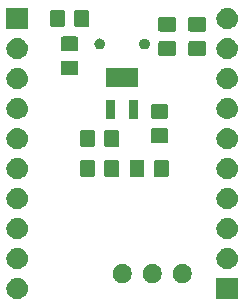
<source format=gbr>
G04 #@! TF.GenerationSoftware,KiCad,Pcbnew,5.0.2-bee76a0~70~ubuntu16.04.1*
G04 #@! TF.CreationDate,2019-07-30T14:23:51+02:00*
G04 #@! TF.ProjectId,hw-BOB-ATSAMD11D,68772d42-4f42-42d4-9154-53414d443131,rev?*
G04 #@! TF.SameCoordinates,Original*
G04 #@! TF.FileFunction,Soldermask,Bot*
G04 #@! TF.FilePolarity,Negative*
%FSLAX46Y46*%
G04 Gerber Fmt 4.6, Leading zero omitted, Abs format (unit mm)*
G04 Created by KiCad (PCBNEW 5.0.2-bee76a0~70~ubuntu16.04.1) date Tue 30 Jul 2019 02:23:51 PM CEST*
%MOMM*%
%LPD*%
G01*
G04 APERTURE LIST*
%ADD10C,0.100000*%
G04 APERTURE END LIST*
D10*
G36*
X130441000Y-66941000D02*
X128639000Y-66941000D01*
X128639000Y-65139000D01*
X130441000Y-65139000D01*
X130441000Y-66941000D01*
X130441000Y-66941000D01*
G37*
G36*
X111870442Y-65145518D02*
X111936627Y-65152037D01*
X112049853Y-65186384D01*
X112106467Y-65203557D01*
X112245087Y-65277652D01*
X112262991Y-65287222D01*
X112264253Y-65288258D01*
X112400186Y-65399814D01*
X112474584Y-65490470D01*
X112512778Y-65537009D01*
X112512779Y-65537011D01*
X112596443Y-65693533D01*
X112596443Y-65693534D01*
X112647963Y-65863373D01*
X112665359Y-66040000D01*
X112647963Y-66216627D01*
X112613616Y-66329853D01*
X112596443Y-66386467D01*
X112522348Y-66525087D01*
X112512778Y-66542991D01*
X112483448Y-66578729D01*
X112400186Y-66680186D01*
X112298729Y-66763448D01*
X112262991Y-66792778D01*
X112262989Y-66792779D01*
X112106467Y-66876443D01*
X112049853Y-66893616D01*
X111936627Y-66927963D01*
X111870442Y-66934482D01*
X111804260Y-66941000D01*
X111715740Y-66941000D01*
X111649558Y-66934482D01*
X111583373Y-66927963D01*
X111470147Y-66893616D01*
X111413533Y-66876443D01*
X111257011Y-66792779D01*
X111257009Y-66792778D01*
X111221271Y-66763448D01*
X111119814Y-66680186D01*
X111036552Y-66578729D01*
X111007222Y-66542991D01*
X110997652Y-66525087D01*
X110923557Y-66386467D01*
X110906384Y-66329853D01*
X110872037Y-66216627D01*
X110854641Y-66040000D01*
X110872037Y-65863373D01*
X110923557Y-65693534D01*
X110923557Y-65693533D01*
X111007221Y-65537011D01*
X111007222Y-65537009D01*
X111045416Y-65490470D01*
X111119814Y-65399814D01*
X111255747Y-65288258D01*
X111257009Y-65287222D01*
X111274913Y-65277652D01*
X111413533Y-65203557D01*
X111470147Y-65186384D01*
X111583373Y-65152037D01*
X111649558Y-65145518D01*
X111715740Y-65139000D01*
X111804260Y-65139000D01*
X111870442Y-65145518D01*
X111870442Y-65145518D01*
G37*
G36*
X120887142Y-63988242D02*
X121035102Y-64049530D01*
X121102130Y-64094317D01*
X121168257Y-64138501D01*
X121281499Y-64251743D01*
X121282191Y-64252779D01*
X121370470Y-64384898D01*
X121431758Y-64532858D01*
X121463000Y-64689925D01*
X121463000Y-64850075D01*
X121431758Y-65007142D01*
X121384354Y-65121583D01*
X121370471Y-65155100D01*
X121282191Y-65287222D01*
X121281498Y-65288258D01*
X121168258Y-65401498D01*
X121035102Y-65490470D01*
X120887142Y-65551758D01*
X120730075Y-65583000D01*
X120569925Y-65583000D01*
X120412858Y-65551758D01*
X120264898Y-65490470D01*
X120131742Y-65401498D01*
X120018502Y-65288258D01*
X120017810Y-65287222D01*
X119929529Y-65155100D01*
X119915646Y-65121583D01*
X119868242Y-65007142D01*
X119837000Y-64850075D01*
X119837000Y-64689925D01*
X119868242Y-64532858D01*
X119929530Y-64384898D01*
X120017809Y-64252779D01*
X120018501Y-64251743D01*
X120131743Y-64138501D01*
X120197870Y-64094317D01*
X120264898Y-64049530D01*
X120412858Y-63988242D01*
X120569925Y-63957000D01*
X120730075Y-63957000D01*
X120887142Y-63988242D01*
X120887142Y-63988242D01*
G37*
G36*
X125967142Y-63988242D02*
X126115102Y-64049530D01*
X126182130Y-64094317D01*
X126248257Y-64138501D01*
X126361499Y-64251743D01*
X126362191Y-64252779D01*
X126450470Y-64384898D01*
X126511758Y-64532858D01*
X126543000Y-64689925D01*
X126543000Y-64850075D01*
X126511758Y-65007142D01*
X126464354Y-65121583D01*
X126450471Y-65155100D01*
X126362191Y-65287222D01*
X126361498Y-65288258D01*
X126248258Y-65401498D01*
X126115102Y-65490470D01*
X125967142Y-65551758D01*
X125810075Y-65583000D01*
X125649925Y-65583000D01*
X125492858Y-65551758D01*
X125344898Y-65490470D01*
X125211742Y-65401498D01*
X125098502Y-65288258D01*
X125097810Y-65287222D01*
X125009529Y-65155100D01*
X124995646Y-65121583D01*
X124948242Y-65007142D01*
X124917000Y-64850075D01*
X124917000Y-64689925D01*
X124948242Y-64532858D01*
X125009530Y-64384898D01*
X125097809Y-64252779D01*
X125098501Y-64251743D01*
X125211743Y-64138501D01*
X125277870Y-64094317D01*
X125344898Y-64049530D01*
X125492858Y-63988242D01*
X125649925Y-63957000D01*
X125810075Y-63957000D01*
X125967142Y-63988242D01*
X125967142Y-63988242D01*
G37*
G36*
X123427142Y-63988242D02*
X123575102Y-64049530D01*
X123642130Y-64094317D01*
X123708257Y-64138501D01*
X123821499Y-64251743D01*
X123822191Y-64252779D01*
X123910470Y-64384898D01*
X123971758Y-64532858D01*
X124003000Y-64689925D01*
X124003000Y-64850075D01*
X123971758Y-65007142D01*
X123924354Y-65121583D01*
X123910471Y-65155100D01*
X123822191Y-65287222D01*
X123821498Y-65288258D01*
X123708258Y-65401498D01*
X123575102Y-65490470D01*
X123427142Y-65551758D01*
X123270075Y-65583000D01*
X123109925Y-65583000D01*
X122952858Y-65551758D01*
X122804898Y-65490470D01*
X122671742Y-65401498D01*
X122558502Y-65288258D01*
X122557810Y-65287222D01*
X122469529Y-65155100D01*
X122455646Y-65121583D01*
X122408242Y-65007142D01*
X122377000Y-64850075D01*
X122377000Y-64689925D01*
X122408242Y-64532858D01*
X122469530Y-64384898D01*
X122557809Y-64252779D01*
X122558501Y-64251743D01*
X122671743Y-64138501D01*
X122737870Y-64094317D01*
X122804898Y-64049530D01*
X122952858Y-63988242D01*
X123109925Y-63957000D01*
X123270075Y-63957000D01*
X123427142Y-63988242D01*
X123427142Y-63988242D01*
G37*
G36*
X111870442Y-62605518D02*
X111936627Y-62612037D01*
X112049853Y-62646384D01*
X112106467Y-62663557D01*
X112245087Y-62737652D01*
X112262991Y-62747222D01*
X112298729Y-62776552D01*
X112400186Y-62859814D01*
X112483448Y-62961271D01*
X112512778Y-62997009D01*
X112512779Y-62997011D01*
X112596443Y-63153533D01*
X112596443Y-63153534D01*
X112647963Y-63323373D01*
X112665359Y-63500000D01*
X112647963Y-63676627D01*
X112613616Y-63789853D01*
X112596443Y-63846467D01*
X112537361Y-63957000D01*
X112512778Y-64002991D01*
X112483448Y-64038729D01*
X112400186Y-64140186D01*
X112298729Y-64223448D01*
X112262991Y-64252778D01*
X112262989Y-64252779D01*
X112106467Y-64336443D01*
X112049853Y-64353616D01*
X111936627Y-64387963D01*
X111870442Y-64394482D01*
X111804260Y-64401000D01*
X111715740Y-64401000D01*
X111649558Y-64394482D01*
X111583373Y-64387963D01*
X111470147Y-64353616D01*
X111413533Y-64336443D01*
X111257011Y-64252779D01*
X111257009Y-64252778D01*
X111221271Y-64223448D01*
X111119814Y-64140186D01*
X111036552Y-64038729D01*
X111007222Y-64002991D01*
X110982639Y-63957000D01*
X110923557Y-63846467D01*
X110906384Y-63789853D01*
X110872037Y-63676627D01*
X110854641Y-63500000D01*
X110872037Y-63323373D01*
X110923557Y-63153534D01*
X110923557Y-63153533D01*
X111007221Y-62997011D01*
X111007222Y-62997009D01*
X111036552Y-62961271D01*
X111119814Y-62859814D01*
X111221271Y-62776552D01*
X111257009Y-62747222D01*
X111274913Y-62737652D01*
X111413533Y-62663557D01*
X111470147Y-62646384D01*
X111583373Y-62612037D01*
X111649558Y-62605518D01*
X111715740Y-62599000D01*
X111804260Y-62599000D01*
X111870442Y-62605518D01*
X111870442Y-62605518D01*
G37*
G36*
X129650442Y-62605518D02*
X129716627Y-62612037D01*
X129829853Y-62646384D01*
X129886467Y-62663557D01*
X130025087Y-62737652D01*
X130042991Y-62747222D01*
X130078729Y-62776552D01*
X130180186Y-62859814D01*
X130263448Y-62961271D01*
X130292778Y-62997009D01*
X130292779Y-62997011D01*
X130376443Y-63153533D01*
X130376443Y-63153534D01*
X130427963Y-63323373D01*
X130445359Y-63500000D01*
X130427963Y-63676627D01*
X130393616Y-63789853D01*
X130376443Y-63846467D01*
X130317361Y-63957000D01*
X130292778Y-64002991D01*
X130263448Y-64038729D01*
X130180186Y-64140186D01*
X130078729Y-64223448D01*
X130042991Y-64252778D01*
X130042989Y-64252779D01*
X129886467Y-64336443D01*
X129829853Y-64353616D01*
X129716627Y-64387963D01*
X129650442Y-64394482D01*
X129584260Y-64401000D01*
X129495740Y-64401000D01*
X129429558Y-64394482D01*
X129363373Y-64387963D01*
X129250147Y-64353616D01*
X129193533Y-64336443D01*
X129037011Y-64252779D01*
X129037009Y-64252778D01*
X129001271Y-64223448D01*
X128899814Y-64140186D01*
X128816552Y-64038729D01*
X128787222Y-64002991D01*
X128762639Y-63957000D01*
X128703557Y-63846467D01*
X128686384Y-63789853D01*
X128652037Y-63676627D01*
X128634641Y-63500000D01*
X128652037Y-63323373D01*
X128703557Y-63153534D01*
X128703557Y-63153533D01*
X128787221Y-62997011D01*
X128787222Y-62997009D01*
X128816552Y-62961271D01*
X128899814Y-62859814D01*
X129001271Y-62776552D01*
X129037009Y-62747222D01*
X129054913Y-62737652D01*
X129193533Y-62663557D01*
X129250147Y-62646384D01*
X129363373Y-62612037D01*
X129429558Y-62605518D01*
X129495740Y-62599000D01*
X129584260Y-62599000D01*
X129650442Y-62605518D01*
X129650442Y-62605518D01*
G37*
G36*
X111870442Y-60065518D02*
X111936627Y-60072037D01*
X112049853Y-60106384D01*
X112106467Y-60123557D01*
X112245087Y-60197652D01*
X112262991Y-60207222D01*
X112298729Y-60236552D01*
X112400186Y-60319814D01*
X112483448Y-60421271D01*
X112512778Y-60457009D01*
X112512779Y-60457011D01*
X112596443Y-60613533D01*
X112596443Y-60613534D01*
X112647963Y-60783373D01*
X112665359Y-60960000D01*
X112647963Y-61136627D01*
X112613616Y-61249853D01*
X112596443Y-61306467D01*
X112522348Y-61445087D01*
X112512778Y-61462991D01*
X112483448Y-61498729D01*
X112400186Y-61600186D01*
X112298729Y-61683448D01*
X112262991Y-61712778D01*
X112262989Y-61712779D01*
X112106467Y-61796443D01*
X112049853Y-61813616D01*
X111936627Y-61847963D01*
X111870443Y-61854481D01*
X111804260Y-61861000D01*
X111715740Y-61861000D01*
X111649557Y-61854481D01*
X111583373Y-61847963D01*
X111470147Y-61813616D01*
X111413533Y-61796443D01*
X111257011Y-61712779D01*
X111257009Y-61712778D01*
X111221271Y-61683448D01*
X111119814Y-61600186D01*
X111036552Y-61498729D01*
X111007222Y-61462991D01*
X110997652Y-61445087D01*
X110923557Y-61306467D01*
X110906384Y-61249853D01*
X110872037Y-61136627D01*
X110854641Y-60960000D01*
X110872037Y-60783373D01*
X110923557Y-60613534D01*
X110923557Y-60613533D01*
X111007221Y-60457011D01*
X111007222Y-60457009D01*
X111036552Y-60421271D01*
X111119814Y-60319814D01*
X111221271Y-60236552D01*
X111257009Y-60207222D01*
X111274913Y-60197652D01*
X111413533Y-60123557D01*
X111470147Y-60106384D01*
X111583373Y-60072037D01*
X111649558Y-60065518D01*
X111715740Y-60059000D01*
X111804260Y-60059000D01*
X111870442Y-60065518D01*
X111870442Y-60065518D01*
G37*
G36*
X129650442Y-60065518D02*
X129716627Y-60072037D01*
X129829853Y-60106384D01*
X129886467Y-60123557D01*
X130025087Y-60197652D01*
X130042991Y-60207222D01*
X130078729Y-60236552D01*
X130180186Y-60319814D01*
X130263448Y-60421271D01*
X130292778Y-60457009D01*
X130292779Y-60457011D01*
X130376443Y-60613533D01*
X130376443Y-60613534D01*
X130427963Y-60783373D01*
X130445359Y-60960000D01*
X130427963Y-61136627D01*
X130393616Y-61249853D01*
X130376443Y-61306467D01*
X130302348Y-61445087D01*
X130292778Y-61462991D01*
X130263448Y-61498729D01*
X130180186Y-61600186D01*
X130078729Y-61683448D01*
X130042991Y-61712778D01*
X130042989Y-61712779D01*
X129886467Y-61796443D01*
X129829853Y-61813616D01*
X129716627Y-61847963D01*
X129650443Y-61854481D01*
X129584260Y-61861000D01*
X129495740Y-61861000D01*
X129429557Y-61854481D01*
X129363373Y-61847963D01*
X129250147Y-61813616D01*
X129193533Y-61796443D01*
X129037011Y-61712779D01*
X129037009Y-61712778D01*
X129001271Y-61683448D01*
X128899814Y-61600186D01*
X128816552Y-61498729D01*
X128787222Y-61462991D01*
X128777652Y-61445087D01*
X128703557Y-61306467D01*
X128686384Y-61249853D01*
X128652037Y-61136627D01*
X128634641Y-60960000D01*
X128652037Y-60783373D01*
X128703557Y-60613534D01*
X128703557Y-60613533D01*
X128787221Y-60457011D01*
X128787222Y-60457009D01*
X128816552Y-60421271D01*
X128899814Y-60319814D01*
X129001271Y-60236552D01*
X129037009Y-60207222D01*
X129054913Y-60197652D01*
X129193533Y-60123557D01*
X129250147Y-60106384D01*
X129363373Y-60072037D01*
X129429558Y-60065518D01*
X129495740Y-60059000D01*
X129584260Y-60059000D01*
X129650442Y-60065518D01*
X129650442Y-60065518D01*
G37*
G36*
X129650443Y-57525519D02*
X129716627Y-57532037D01*
X129829853Y-57566384D01*
X129886467Y-57583557D01*
X130025087Y-57657652D01*
X130042991Y-57667222D01*
X130078729Y-57696552D01*
X130180186Y-57779814D01*
X130263448Y-57881271D01*
X130292778Y-57917009D01*
X130292779Y-57917011D01*
X130376443Y-58073533D01*
X130376443Y-58073534D01*
X130427963Y-58243373D01*
X130445359Y-58420000D01*
X130427963Y-58596627D01*
X130393616Y-58709853D01*
X130376443Y-58766467D01*
X130302348Y-58905087D01*
X130292778Y-58922991D01*
X130263448Y-58958729D01*
X130180186Y-59060186D01*
X130078729Y-59143448D01*
X130042991Y-59172778D01*
X130042989Y-59172779D01*
X129886467Y-59256443D01*
X129829853Y-59273616D01*
X129716627Y-59307963D01*
X129650442Y-59314482D01*
X129584260Y-59321000D01*
X129495740Y-59321000D01*
X129429558Y-59314482D01*
X129363373Y-59307963D01*
X129250147Y-59273616D01*
X129193533Y-59256443D01*
X129037011Y-59172779D01*
X129037009Y-59172778D01*
X129001271Y-59143448D01*
X128899814Y-59060186D01*
X128816552Y-58958729D01*
X128787222Y-58922991D01*
X128777652Y-58905087D01*
X128703557Y-58766467D01*
X128686384Y-58709853D01*
X128652037Y-58596627D01*
X128634641Y-58420000D01*
X128652037Y-58243373D01*
X128703557Y-58073534D01*
X128703557Y-58073533D01*
X128787221Y-57917011D01*
X128787222Y-57917009D01*
X128816552Y-57881271D01*
X128899814Y-57779814D01*
X129001271Y-57696552D01*
X129037009Y-57667222D01*
X129054913Y-57657652D01*
X129193533Y-57583557D01*
X129250147Y-57566384D01*
X129363373Y-57532037D01*
X129429557Y-57525519D01*
X129495740Y-57519000D01*
X129584260Y-57519000D01*
X129650443Y-57525519D01*
X129650443Y-57525519D01*
G37*
G36*
X111870443Y-57525519D02*
X111936627Y-57532037D01*
X112049853Y-57566384D01*
X112106467Y-57583557D01*
X112245087Y-57657652D01*
X112262991Y-57667222D01*
X112298729Y-57696552D01*
X112400186Y-57779814D01*
X112483448Y-57881271D01*
X112512778Y-57917009D01*
X112512779Y-57917011D01*
X112596443Y-58073533D01*
X112596443Y-58073534D01*
X112647963Y-58243373D01*
X112665359Y-58420000D01*
X112647963Y-58596627D01*
X112613616Y-58709853D01*
X112596443Y-58766467D01*
X112522348Y-58905087D01*
X112512778Y-58922991D01*
X112483448Y-58958729D01*
X112400186Y-59060186D01*
X112298729Y-59143448D01*
X112262991Y-59172778D01*
X112262989Y-59172779D01*
X112106467Y-59256443D01*
X112049853Y-59273616D01*
X111936627Y-59307963D01*
X111870442Y-59314482D01*
X111804260Y-59321000D01*
X111715740Y-59321000D01*
X111649558Y-59314482D01*
X111583373Y-59307963D01*
X111470147Y-59273616D01*
X111413533Y-59256443D01*
X111257011Y-59172779D01*
X111257009Y-59172778D01*
X111221271Y-59143448D01*
X111119814Y-59060186D01*
X111036552Y-58958729D01*
X111007222Y-58922991D01*
X110997652Y-58905087D01*
X110923557Y-58766467D01*
X110906384Y-58709853D01*
X110872037Y-58596627D01*
X110854641Y-58420000D01*
X110872037Y-58243373D01*
X110923557Y-58073534D01*
X110923557Y-58073533D01*
X111007221Y-57917011D01*
X111007222Y-57917009D01*
X111036552Y-57881271D01*
X111119814Y-57779814D01*
X111221271Y-57696552D01*
X111257009Y-57667222D01*
X111274913Y-57657652D01*
X111413533Y-57583557D01*
X111470147Y-57566384D01*
X111583373Y-57532037D01*
X111649557Y-57525519D01*
X111715740Y-57519000D01*
X111804260Y-57519000D01*
X111870443Y-57525519D01*
X111870443Y-57525519D01*
G37*
G36*
X111870443Y-54985519D02*
X111936627Y-54992037D01*
X112049853Y-55026384D01*
X112106467Y-55043557D01*
X112245087Y-55117652D01*
X112262991Y-55127222D01*
X112271530Y-55134230D01*
X112400186Y-55239814D01*
X112479665Y-55336661D01*
X112512778Y-55377009D01*
X112512779Y-55377011D01*
X112596443Y-55533533D01*
X112596443Y-55533534D01*
X112647963Y-55703373D01*
X112665359Y-55880000D01*
X112647963Y-56056627D01*
X112613616Y-56169853D01*
X112596443Y-56226467D01*
X112525694Y-56358827D01*
X112512778Y-56382991D01*
X112489032Y-56411925D01*
X112400186Y-56520186D01*
X112321049Y-56585131D01*
X112262991Y-56632778D01*
X112262989Y-56632779D01*
X112106467Y-56716443D01*
X112049853Y-56733616D01*
X111936627Y-56767963D01*
X111870443Y-56774481D01*
X111804260Y-56781000D01*
X111715740Y-56781000D01*
X111649557Y-56774481D01*
X111583373Y-56767963D01*
X111470147Y-56733616D01*
X111413533Y-56716443D01*
X111257011Y-56632779D01*
X111257009Y-56632778D01*
X111198951Y-56585131D01*
X111119814Y-56520186D01*
X111030968Y-56411925D01*
X111007222Y-56382991D01*
X110994306Y-56358827D01*
X110923557Y-56226467D01*
X110906384Y-56169853D01*
X110872037Y-56056627D01*
X110854641Y-55880000D01*
X110872037Y-55703373D01*
X110923557Y-55533534D01*
X110923557Y-55533533D01*
X111007221Y-55377011D01*
X111007222Y-55377009D01*
X111040335Y-55336661D01*
X111119814Y-55239814D01*
X111248470Y-55134230D01*
X111257009Y-55127222D01*
X111274913Y-55117652D01*
X111413533Y-55043557D01*
X111470147Y-55026384D01*
X111583373Y-54992037D01*
X111649557Y-54985519D01*
X111715740Y-54979000D01*
X111804260Y-54979000D01*
X111870443Y-54985519D01*
X111870443Y-54985519D01*
G37*
G36*
X129650443Y-54985519D02*
X129716627Y-54992037D01*
X129829853Y-55026384D01*
X129886467Y-55043557D01*
X130025087Y-55117652D01*
X130042991Y-55127222D01*
X130051530Y-55134230D01*
X130180186Y-55239814D01*
X130259665Y-55336661D01*
X130292778Y-55377009D01*
X130292779Y-55377011D01*
X130376443Y-55533533D01*
X130376443Y-55533534D01*
X130427963Y-55703373D01*
X130445359Y-55880000D01*
X130427963Y-56056627D01*
X130393616Y-56169853D01*
X130376443Y-56226467D01*
X130305694Y-56358827D01*
X130292778Y-56382991D01*
X130269032Y-56411925D01*
X130180186Y-56520186D01*
X130101049Y-56585131D01*
X130042991Y-56632778D01*
X130042989Y-56632779D01*
X129886467Y-56716443D01*
X129829853Y-56733616D01*
X129716627Y-56767963D01*
X129650443Y-56774481D01*
X129584260Y-56781000D01*
X129495740Y-56781000D01*
X129429557Y-56774481D01*
X129363373Y-56767963D01*
X129250147Y-56733616D01*
X129193533Y-56716443D01*
X129037011Y-56632779D01*
X129037009Y-56632778D01*
X128978951Y-56585131D01*
X128899814Y-56520186D01*
X128810968Y-56411925D01*
X128787222Y-56382991D01*
X128774306Y-56358827D01*
X128703557Y-56226467D01*
X128686384Y-56169853D01*
X128652037Y-56056627D01*
X128634641Y-55880000D01*
X128652037Y-55703373D01*
X128703557Y-55533534D01*
X128703557Y-55533533D01*
X128787221Y-55377011D01*
X128787222Y-55377009D01*
X128820335Y-55336661D01*
X128899814Y-55239814D01*
X129028470Y-55134230D01*
X129037009Y-55127222D01*
X129054913Y-55117652D01*
X129193533Y-55043557D01*
X129250147Y-55026384D01*
X129363373Y-54992037D01*
X129429557Y-54985519D01*
X129495740Y-54979000D01*
X129584260Y-54979000D01*
X129650443Y-54985519D01*
X129650443Y-54985519D01*
G37*
G36*
X120233677Y-55133465D02*
X120271364Y-55144898D01*
X120306103Y-55163466D01*
X120336548Y-55188452D01*
X120361534Y-55218897D01*
X120380102Y-55253636D01*
X120391535Y-55291323D01*
X120396000Y-55336661D01*
X120396000Y-56423339D01*
X120391535Y-56468677D01*
X120380102Y-56506364D01*
X120361534Y-56541103D01*
X120336548Y-56571548D01*
X120306103Y-56596534D01*
X120271364Y-56615102D01*
X120233677Y-56626535D01*
X120188339Y-56631000D01*
X119351661Y-56631000D01*
X119306323Y-56626535D01*
X119268636Y-56615102D01*
X119233897Y-56596534D01*
X119203452Y-56571548D01*
X119178466Y-56541103D01*
X119159898Y-56506364D01*
X119148465Y-56468677D01*
X119144000Y-56423339D01*
X119144000Y-55336661D01*
X119148465Y-55291323D01*
X119159898Y-55253636D01*
X119178466Y-55218897D01*
X119203452Y-55188452D01*
X119233897Y-55163466D01*
X119268636Y-55144898D01*
X119306323Y-55133465D01*
X119351661Y-55129000D01*
X120188339Y-55129000D01*
X120233677Y-55133465D01*
X120233677Y-55133465D01*
G37*
G36*
X118183677Y-55133465D02*
X118221364Y-55144898D01*
X118256103Y-55163466D01*
X118286548Y-55188452D01*
X118311534Y-55218897D01*
X118330102Y-55253636D01*
X118341535Y-55291323D01*
X118346000Y-55336661D01*
X118346000Y-56423339D01*
X118341535Y-56468677D01*
X118330102Y-56506364D01*
X118311534Y-56541103D01*
X118286548Y-56571548D01*
X118256103Y-56596534D01*
X118221364Y-56615102D01*
X118183677Y-56626535D01*
X118138339Y-56631000D01*
X117301661Y-56631000D01*
X117256323Y-56626535D01*
X117218636Y-56615102D01*
X117183897Y-56596534D01*
X117153452Y-56571548D01*
X117128466Y-56541103D01*
X117109898Y-56506364D01*
X117098465Y-56468677D01*
X117094000Y-56423339D01*
X117094000Y-55336661D01*
X117098465Y-55291323D01*
X117109898Y-55253636D01*
X117128466Y-55218897D01*
X117153452Y-55188452D01*
X117183897Y-55163466D01*
X117218636Y-55144898D01*
X117256323Y-55133465D01*
X117301661Y-55129000D01*
X118138339Y-55129000D01*
X118183677Y-55133465D01*
X118183677Y-55133465D01*
G37*
G36*
X124433677Y-55133465D02*
X124471364Y-55144898D01*
X124506103Y-55163466D01*
X124536548Y-55188452D01*
X124561534Y-55218897D01*
X124580102Y-55253636D01*
X124591535Y-55291323D01*
X124596000Y-55336661D01*
X124596000Y-56423339D01*
X124591535Y-56468677D01*
X124580102Y-56506364D01*
X124561534Y-56541103D01*
X124536548Y-56571548D01*
X124506103Y-56596534D01*
X124471364Y-56615102D01*
X124433677Y-56626535D01*
X124388339Y-56631000D01*
X123551661Y-56631000D01*
X123506323Y-56626535D01*
X123468636Y-56615102D01*
X123433897Y-56596534D01*
X123403452Y-56571548D01*
X123378466Y-56541103D01*
X123359898Y-56506364D01*
X123348465Y-56468677D01*
X123344000Y-56423339D01*
X123344000Y-55336661D01*
X123348465Y-55291323D01*
X123359898Y-55253636D01*
X123378466Y-55218897D01*
X123403452Y-55188452D01*
X123433897Y-55163466D01*
X123468636Y-55144898D01*
X123506323Y-55133465D01*
X123551661Y-55129000D01*
X124388339Y-55129000D01*
X124433677Y-55133465D01*
X124433677Y-55133465D01*
G37*
G36*
X122383677Y-55133465D02*
X122421364Y-55144898D01*
X122456103Y-55163466D01*
X122486548Y-55188452D01*
X122511534Y-55218897D01*
X122530102Y-55253636D01*
X122541535Y-55291323D01*
X122546000Y-55336661D01*
X122546000Y-56423339D01*
X122541535Y-56468677D01*
X122530102Y-56506364D01*
X122511534Y-56541103D01*
X122486548Y-56571548D01*
X122456103Y-56596534D01*
X122421364Y-56615102D01*
X122383677Y-56626535D01*
X122338339Y-56631000D01*
X121501661Y-56631000D01*
X121456323Y-56626535D01*
X121418636Y-56615102D01*
X121383897Y-56596534D01*
X121353452Y-56571548D01*
X121328466Y-56541103D01*
X121309898Y-56506364D01*
X121298465Y-56468677D01*
X121294000Y-56423339D01*
X121294000Y-55336661D01*
X121298465Y-55291323D01*
X121309898Y-55253636D01*
X121328466Y-55218897D01*
X121353452Y-55188452D01*
X121383897Y-55163466D01*
X121418636Y-55144898D01*
X121456323Y-55133465D01*
X121501661Y-55129000D01*
X122338339Y-55129000D01*
X122383677Y-55133465D01*
X122383677Y-55133465D01*
G37*
G36*
X129650443Y-52445519D02*
X129716627Y-52452037D01*
X129824955Y-52484898D01*
X129886467Y-52503557D01*
X129970956Y-52548718D01*
X130042991Y-52587222D01*
X130050806Y-52593636D01*
X130180186Y-52699814D01*
X130259665Y-52796661D01*
X130292778Y-52837009D01*
X130292779Y-52837011D01*
X130376443Y-52993533D01*
X130376443Y-52993534D01*
X130427963Y-53163373D01*
X130445359Y-53340000D01*
X130427963Y-53516627D01*
X130393616Y-53629853D01*
X130376443Y-53686467D01*
X130366482Y-53705102D01*
X130292778Y-53842991D01*
X130269032Y-53871925D01*
X130180186Y-53980186D01*
X130101049Y-54045131D01*
X130042991Y-54092778D01*
X130042989Y-54092779D01*
X129886467Y-54176443D01*
X129829853Y-54193616D01*
X129716627Y-54227963D01*
X129650442Y-54234482D01*
X129584260Y-54241000D01*
X129495740Y-54241000D01*
X129429558Y-54234482D01*
X129363373Y-54227963D01*
X129250147Y-54193616D01*
X129193533Y-54176443D01*
X129037011Y-54092779D01*
X129037009Y-54092778D01*
X128978951Y-54045131D01*
X128899814Y-53980186D01*
X128810968Y-53871925D01*
X128787222Y-53842991D01*
X128713518Y-53705102D01*
X128703557Y-53686467D01*
X128686384Y-53629853D01*
X128652037Y-53516627D01*
X128634641Y-53340000D01*
X128652037Y-53163373D01*
X128703557Y-52993534D01*
X128703557Y-52993533D01*
X128787221Y-52837011D01*
X128787222Y-52837009D01*
X128820335Y-52796661D01*
X128899814Y-52699814D01*
X129029194Y-52593636D01*
X129037009Y-52587222D01*
X129109044Y-52548718D01*
X129193533Y-52503557D01*
X129255045Y-52484898D01*
X129363373Y-52452037D01*
X129429558Y-52445518D01*
X129495740Y-52439000D01*
X129584260Y-52439000D01*
X129650443Y-52445519D01*
X129650443Y-52445519D01*
G37*
G36*
X111870443Y-52445519D02*
X111936627Y-52452037D01*
X112044955Y-52484898D01*
X112106467Y-52503557D01*
X112190956Y-52548718D01*
X112262991Y-52587222D01*
X112270806Y-52593636D01*
X112400186Y-52699814D01*
X112479665Y-52796661D01*
X112512778Y-52837009D01*
X112512779Y-52837011D01*
X112596443Y-52993533D01*
X112596443Y-52993534D01*
X112647963Y-53163373D01*
X112665359Y-53340000D01*
X112647963Y-53516627D01*
X112613616Y-53629853D01*
X112596443Y-53686467D01*
X112586482Y-53705102D01*
X112512778Y-53842991D01*
X112489032Y-53871925D01*
X112400186Y-53980186D01*
X112321049Y-54045131D01*
X112262991Y-54092778D01*
X112262989Y-54092779D01*
X112106467Y-54176443D01*
X112049853Y-54193616D01*
X111936627Y-54227963D01*
X111870442Y-54234482D01*
X111804260Y-54241000D01*
X111715740Y-54241000D01*
X111649558Y-54234482D01*
X111583373Y-54227963D01*
X111470147Y-54193616D01*
X111413533Y-54176443D01*
X111257011Y-54092779D01*
X111257009Y-54092778D01*
X111198951Y-54045131D01*
X111119814Y-53980186D01*
X111030968Y-53871925D01*
X111007222Y-53842991D01*
X110933518Y-53705102D01*
X110923557Y-53686467D01*
X110906384Y-53629853D01*
X110872037Y-53516627D01*
X110854641Y-53340000D01*
X110872037Y-53163373D01*
X110923557Y-52993534D01*
X110923557Y-52993533D01*
X111007221Y-52837011D01*
X111007222Y-52837009D01*
X111040335Y-52796661D01*
X111119814Y-52699814D01*
X111249194Y-52593636D01*
X111257009Y-52587222D01*
X111329044Y-52548718D01*
X111413533Y-52503557D01*
X111475045Y-52484898D01*
X111583373Y-52452037D01*
X111649558Y-52445518D01*
X111715740Y-52439000D01*
X111804260Y-52439000D01*
X111870443Y-52445519D01*
X111870443Y-52445519D01*
G37*
G36*
X120233677Y-52593465D02*
X120271364Y-52604898D01*
X120306103Y-52623466D01*
X120336548Y-52648452D01*
X120361534Y-52678897D01*
X120380102Y-52713636D01*
X120391535Y-52751323D01*
X120396000Y-52796661D01*
X120396000Y-53883339D01*
X120391535Y-53928677D01*
X120380102Y-53966364D01*
X120361534Y-54001103D01*
X120336548Y-54031548D01*
X120306103Y-54056534D01*
X120271364Y-54075102D01*
X120233677Y-54086535D01*
X120188339Y-54091000D01*
X119351661Y-54091000D01*
X119306323Y-54086535D01*
X119268636Y-54075102D01*
X119233897Y-54056534D01*
X119203452Y-54031548D01*
X119178466Y-54001103D01*
X119159898Y-53966364D01*
X119148465Y-53928677D01*
X119144000Y-53883339D01*
X119144000Y-52796661D01*
X119148465Y-52751323D01*
X119159898Y-52713636D01*
X119178466Y-52678897D01*
X119203452Y-52648452D01*
X119233897Y-52623466D01*
X119268636Y-52604898D01*
X119306323Y-52593465D01*
X119351661Y-52589000D01*
X120188339Y-52589000D01*
X120233677Y-52593465D01*
X120233677Y-52593465D01*
G37*
G36*
X118183677Y-52593465D02*
X118221364Y-52604898D01*
X118256103Y-52623466D01*
X118286548Y-52648452D01*
X118311534Y-52678897D01*
X118330102Y-52713636D01*
X118341535Y-52751323D01*
X118346000Y-52796661D01*
X118346000Y-53883339D01*
X118341535Y-53928677D01*
X118330102Y-53966364D01*
X118311534Y-54001103D01*
X118286548Y-54031548D01*
X118256103Y-54056534D01*
X118221364Y-54075102D01*
X118183677Y-54086535D01*
X118138339Y-54091000D01*
X117301661Y-54091000D01*
X117256323Y-54086535D01*
X117218636Y-54075102D01*
X117183897Y-54056534D01*
X117153452Y-54031548D01*
X117128466Y-54001103D01*
X117109898Y-53966364D01*
X117098465Y-53928677D01*
X117094000Y-53883339D01*
X117094000Y-52796661D01*
X117098465Y-52751323D01*
X117109898Y-52713636D01*
X117128466Y-52678897D01*
X117153452Y-52648452D01*
X117183897Y-52623466D01*
X117218636Y-52604898D01*
X117256323Y-52593465D01*
X117301661Y-52589000D01*
X118138339Y-52589000D01*
X118183677Y-52593465D01*
X118183677Y-52593465D01*
G37*
G36*
X124413677Y-52473465D02*
X124451364Y-52484898D01*
X124486103Y-52503466D01*
X124516548Y-52528452D01*
X124541534Y-52558897D01*
X124560102Y-52593636D01*
X124571535Y-52631323D01*
X124576000Y-52676661D01*
X124576000Y-53513339D01*
X124571535Y-53558677D01*
X124560102Y-53596364D01*
X124541534Y-53631103D01*
X124516548Y-53661548D01*
X124486103Y-53686534D01*
X124451364Y-53705102D01*
X124413677Y-53716535D01*
X124368339Y-53721000D01*
X123281661Y-53721000D01*
X123236323Y-53716535D01*
X123198636Y-53705102D01*
X123163897Y-53686534D01*
X123133452Y-53661548D01*
X123108466Y-53631103D01*
X123089898Y-53596364D01*
X123078465Y-53558677D01*
X123074000Y-53513339D01*
X123074000Y-52676661D01*
X123078465Y-52631323D01*
X123089898Y-52593636D01*
X123108466Y-52558897D01*
X123133452Y-52528452D01*
X123163897Y-52503466D01*
X123198636Y-52484898D01*
X123236323Y-52473465D01*
X123281661Y-52469000D01*
X124368339Y-52469000D01*
X124413677Y-52473465D01*
X124413677Y-52473465D01*
G37*
G36*
X121976000Y-51711000D02*
X121224000Y-51711000D01*
X121224000Y-50049000D01*
X121976000Y-50049000D01*
X121976000Y-51711000D01*
X121976000Y-51711000D01*
G37*
G36*
X120076000Y-51711000D02*
X119324000Y-51711000D01*
X119324000Y-50049000D01*
X120076000Y-50049000D01*
X120076000Y-51711000D01*
X120076000Y-51711000D01*
G37*
G36*
X111870442Y-49905518D02*
X111936627Y-49912037D01*
X112049853Y-49946384D01*
X112106467Y-49963557D01*
X112245087Y-50037652D01*
X112262991Y-50047222D01*
X112265157Y-50049000D01*
X112400186Y-50159814D01*
X112483448Y-50261271D01*
X112512778Y-50297009D01*
X112512779Y-50297011D01*
X112596443Y-50453533D01*
X112604002Y-50478452D01*
X112647963Y-50623373D01*
X112665359Y-50800000D01*
X112647963Y-50976627D01*
X112613616Y-51089853D01*
X112596443Y-51146467D01*
X112522348Y-51285087D01*
X112512778Y-51302991D01*
X112483448Y-51338729D01*
X112400186Y-51440186D01*
X112316728Y-51508677D01*
X112262991Y-51552778D01*
X112262989Y-51552779D01*
X112106467Y-51636443D01*
X112060845Y-51650282D01*
X111936627Y-51687963D01*
X111870442Y-51694482D01*
X111804260Y-51701000D01*
X111715740Y-51701000D01*
X111649558Y-51694482D01*
X111583373Y-51687963D01*
X111459155Y-51650282D01*
X111413533Y-51636443D01*
X111257011Y-51552779D01*
X111257009Y-51552778D01*
X111203272Y-51508677D01*
X111119814Y-51440186D01*
X111036552Y-51338729D01*
X111007222Y-51302991D01*
X110997652Y-51285087D01*
X110923557Y-51146467D01*
X110906384Y-51089853D01*
X110872037Y-50976627D01*
X110854641Y-50800000D01*
X110872037Y-50623373D01*
X110915998Y-50478452D01*
X110923557Y-50453533D01*
X111007221Y-50297011D01*
X111007222Y-50297009D01*
X111036552Y-50261271D01*
X111119814Y-50159814D01*
X111254843Y-50049000D01*
X111257009Y-50047222D01*
X111274913Y-50037652D01*
X111413533Y-49963557D01*
X111470147Y-49946384D01*
X111583373Y-49912037D01*
X111649557Y-49905519D01*
X111715740Y-49899000D01*
X111804260Y-49899000D01*
X111870442Y-49905518D01*
X111870442Y-49905518D01*
G37*
G36*
X129650442Y-49905518D02*
X129716627Y-49912037D01*
X129829853Y-49946384D01*
X129886467Y-49963557D01*
X130025087Y-50037652D01*
X130042991Y-50047222D01*
X130045157Y-50049000D01*
X130180186Y-50159814D01*
X130263448Y-50261271D01*
X130292778Y-50297009D01*
X130292779Y-50297011D01*
X130376443Y-50453533D01*
X130384002Y-50478452D01*
X130427963Y-50623373D01*
X130445359Y-50800000D01*
X130427963Y-50976627D01*
X130393616Y-51089853D01*
X130376443Y-51146467D01*
X130302348Y-51285087D01*
X130292778Y-51302991D01*
X130263448Y-51338729D01*
X130180186Y-51440186D01*
X130096728Y-51508677D01*
X130042991Y-51552778D01*
X130042989Y-51552779D01*
X129886467Y-51636443D01*
X129840845Y-51650282D01*
X129716627Y-51687963D01*
X129650442Y-51694482D01*
X129584260Y-51701000D01*
X129495740Y-51701000D01*
X129429558Y-51694482D01*
X129363373Y-51687963D01*
X129239155Y-51650282D01*
X129193533Y-51636443D01*
X129037011Y-51552779D01*
X129037009Y-51552778D01*
X128983272Y-51508677D01*
X128899814Y-51440186D01*
X128816552Y-51338729D01*
X128787222Y-51302991D01*
X128777652Y-51285087D01*
X128703557Y-51146467D01*
X128686384Y-51089853D01*
X128652037Y-50976627D01*
X128634641Y-50800000D01*
X128652037Y-50623373D01*
X128695998Y-50478452D01*
X128703557Y-50453533D01*
X128787221Y-50297011D01*
X128787222Y-50297009D01*
X128816552Y-50261271D01*
X128899814Y-50159814D01*
X129034843Y-50049000D01*
X129037009Y-50047222D01*
X129054913Y-50037652D01*
X129193533Y-49963557D01*
X129250147Y-49946384D01*
X129363373Y-49912037D01*
X129429557Y-49905519D01*
X129495740Y-49899000D01*
X129584260Y-49899000D01*
X129650442Y-49905518D01*
X129650442Y-49905518D01*
G37*
G36*
X124413677Y-50423465D02*
X124451364Y-50434898D01*
X124486103Y-50453466D01*
X124516548Y-50478452D01*
X124541534Y-50508897D01*
X124560102Y-50543636D01*
X124571535Y-50581323D01*
X124576000Y-50626661D01*
X124576000Y-51463339D01*
X124571535Y-51508677D01*
X124560102Y-51546364D01*
X124541534Y-51581103D01*
X124516548Y-51611548D01*
X124486103Y-51636534D01*
X124451364Y-51655102D01*
X124413677Y-51666535D01*
X124368339Y-51671000D01*
X123281661Y-51671000D01*
X123236323Y-51666535D01*
X123198636Y-51655102D01*
X123163897Y-51636534D01*
X123133452Y-51611548D01*
X123108466Y-51581103D01*
X123089898Y-51546364D01*
X123078465Y-51508677D01*
X123074000Y-51463339D01*
X123074000Y-50626661D01*
X123078465Y-50581323D01*
X123089898Y-50543636D01*
X123108466Y-50508897D01*
X123133452Y-50478452D01*
X123163897Y-50453466D01*
X123198636Y-50434898D01*
X123236323Y-50423465D01*
X123281661Y-50419000D01*
X124368339Y-50419000D01*
X124413677Y-50423465D01*
X124413677Y-50423465D01*
G37*
G36*
X111870443Y-47365519D02*
X111936627Y-47372037D01*
X112049853Y-47406384D01*
X112106467Y-47423557D01*
X112245087Y-47497652D01*
X112262991Y-47507222D01*
X112298729Y-47536552D01*
X112400186Y-47619814D01*
X112483448Y-47721271D01*
X112512778Y-47757009D01*
X112512779Y-47757011D01*
X112596443Y-47913533D01*
X112600310Y-47926282D01*
X112647963Y-48083373D01*
X112665359Y-48260000D01*
X112647963Y-48436627D01*
X112613616Y-48549853D01*
X112596443Y-48606467D01*
X112522348Y-48745087D01*
X112512778Y-48762991D01*
X112483448Y-48798729D01*
X112400186Y-48900186D01*
X112298729Y-48983448D01*
X112262991Y-49012778D01*
X112262989Y-49012779D01*
X112106467Y-49096443D01*
X112049853Y-49113616D01*
X111936627Y-49147963D01*
X111870443Y-49154481D01*
X111804260Y-49161000D01*
X111715740Y-49161000D01*
X111649557Y-49154481D01*
X111583373Y-49147963D01*
X111470147Y-49113616D01*
X111413533Y-49096443D01*
X111257011Y-49012779D01*
X111257009Y-49012778D01*
X111221271Y-48983448D01*
X111119814Y-48900186D01*
X111036552Y-48798729D01*
X111007222Y-48762991D01*
X110997652Y-48745087D01*
X110923557Y-48606467D01*
X110906384Y-48549853D01*
X110872037Y-48436627D01*
X110854641Y-48260000D01*
X110872037Y-48083373D01*
X110919690Y-47926282D01*
X110923557Y-47913533D01*
X111007221Y-47757011D01*
X111007222Y-47757009D01*
X111036552Y-47721271D01*
X111119814Y-47619814D01*
X111221271Y-47536552D01*
X111257009Y-47507222D01*
X111274913Y-47497652D01*
X111413533Y-47423557D01*
X111470147Y-47406384D01*
X111583373Y-47372037D01*
X111649557Y-47365519D01*
X111715740Y-47359000D01*
X111804260Y-47359000D01*
X111870443Y-47365519D01*
X111870443Y-47365519D01*
G37*
G36*
X129650443Y-47365519D02*
X129716627Y-47372037D01*
X129829853Y-47406384D01*
X129886467Y-47423557D01*
X130025087Y-47497652D01*
X130042991Y-47507222D01*
X130078729Y-47536552D01*
X130180186Y-47619814D01*
X130263448Y-47721271D01*
X130292778Y-47757009D01*
X130292779Y-47757011D01*
X130376443Y-47913533D01*
X130380310Y-47926282D01*
X130427963Y-48083373D01*
X130445359Y-48260000D01*
X130427963Y-48436627D01*
X130393616Y-48549853D01*
X130376443Y-48606467D01*
X130302348Y-48745087D01*
X130292778Y-48762991D01*
X130263448Y-48798729D01*
X130180186Y-48900186D01*
X130078729Y-48983448D01*
X130042991Y-49012778D01*
X130042989Y-49012779D01*
X129886467Y-49096443D01*
X129829853Y-49113616D01*
X129716627Y-49147963D01*
X129650443Y-49154481D01*
X129584260Y-49161000D01*
X129495740Y-49161000D01*
X129429557Y-49154481D01*
X129363373Y-49147963D01*
X129250147Y-49113616D01*
X129193533Y-49096443D01*
X129037011Y-49012779D01*
X129037009Y-49012778D01*
X129001271Y-48983448D01*
X128899814Y-48900186D01*
X128816552Y-48798729D01*
X128787222Y-48762991D01*
X128777652Y-48745087D01*
X128703557Y-48606467D01*
X128686384Y-48549853D01*
X128652037Y-48436627D01*
X128634641Y-48260000D01*
X128652037Y-48083373D01*
X128699690Y-47926282D01*
X128703557Y-47913533D01*
X128787221Y-47757011D01*
X128787222Y-47757009D01*
X128816552Y-47721271D01*
X128899814Y-47619814D01*
X129001271Y-47536552D01*
X129037009Y-47507222D01*
X129054913Y-47497652D01*
X129193533Y-47423557D01*
X129250147Y-47406384D01*
X129363373Y-47372037D01*
X129429557Y-47365519D01*
X129495740Y-47359000D01*
X129584260Y-47359000D01*
X129650443Y-47365519D01*
X129650443Y-47365519D01*
G37*
G36*
X121976000Y-49011000D02*
X119324000Y-49011000D01*
X119324000Y-47349000D01*
X121976000Y-47349000D01*
X121976000Y-49011000D01*
X121976000Y-49011000D01*
G37*
G36*
X116793677Y-46758465D02*
X116831364Y-46769898D01*
X116866103Y-46788466D01*
X116896548Y-46813452D01*
X116921534Y-46843897D01*
X116940102Y-46878636D01*
X116951535Y-46916323D01*
X116956000Y-46961661D01*
X116956000Y-47798339D01*
X116951535Y-47843677D01*
X116940102Y-47881364D01*
X116921534Y-47916103D01*
X116896548Y-47946548D01*
X116866103Y-47971534D01*
X116831364Y-47990102D01*
X116793677Y-48001535D01*
X116748339Y-48006000D01*
X115661661Y-48006000D01*
X115616323Y-48001535D01*
X115578636Y-47990102D01*
X115543897Y-47971534D01*
X115513452Y-47946548D01*
X115488466Y-47916103D01*
X115469898Y-47881364D01*
X115458465Y-47843677D01*
X115454000Y-47798339D01*
X115454000Y-46961661D01*
X115458465Y-46916323D01*
X115469898Y-46878636D01*
X115488466Y-46843897D01*
X115513452Y-46813452D01*
X115543897Y-46788466D01*
X115578636Y-46769898D01*
X115616323Y-46758465D01*
X115661661Y-46754000D01*
X116748339Y-46754000D01*
X116793677Y-46758465D01*
X116793677Y-46758465D01*
G37*
G36*
X129644792Y-44824962D02*
X129716627Y-44832037D01*
X129829653Y-44866323D01*
X129886467Y-44883557D01*
X129969070Y-44927710D01*
X130042991Y-44967222D01*
X130057921Y-44979475D01*
X130180186Y-45079814D01*
X130240618Y-45153452D01*
X130292778Y-45217009D01*
X130292779Y-45217011D01*
X130376443Y-45373533D01*
X130376443Y-45373534D01*
X130427963Y-45543373D01*
X130445359Y-45720000D01*
X130427963Y-45896627D01*
X130416237Y-45935282D01*
X130376443Y-46066467D01*
X130313792Y-46183677D01*
X130292778Y-46222991D01*
X130265603Y-46256103D01*
X130180186Y-46360186D01*
X130078729Y-46443448D01*
X130042991Y-46472778D01*
X130042989Y-46472779D01*
X129886467Y-46556443D01*
X129829853Y-46573616D01*
X129716627Y-46607963D01*
X129650443Y-46614481D01*
X129584260Y-46621000D01*
X129495740Y-46621000D01*
X129429558Y-46614482D01*
X129363373Y-46607963D01*
X129250147Y-46573616D01*
X129193533Y-46556443D01*
X129037011Y-46472779D01*
X129037009Y-46472778D01*
X129001271Y-46443448D01*
X128899814Y-46360186D01*
X128814397Y-46256103D01*
X128787222Y-46222991D01*
X128766208Y-46183677D01*
X128703557Y-46066467D01*
X128663763Y-45935282D01*
X128652037Y-45896627D01*
X128634641Y-45720000D01*
X128652037Y-45543373D01*
X128703557Y-45373534D01*
X128703557Y-45373533D01*
X128787221Y-45217011D01*
X128787222Y-45217009D01*
X128839382Y-45153452D01*
X128899814Y-45079814D01*
X129022079Y-44979475D01*
X129037009Y-44967222D01*
X129110930Y-44927710D01*
X129193533Y-44883557D01*
X129250347Y-44866323D01*
X129363373Y-44832037D01*
X129435208Y-44824962D01*
X129495740Y-44819000D01*
X129584260Y-44819000D01*
X129644792Y-44824962D01*
X129644792Y-44824962D01*
G37*
G36*
X111864792Y-44824962D02*
X111936627Y-44832037D01*
X112049653Y-44866323D01*
X112106467Y-44883557D01*
X112189070Y-44927710D01*
X112262991Y-44967222D01*
X112277921Y-44979475D01*
X112400186Y-45079814D01*
X112460618Y-45153452D01*
X112512778Y-45217009D01*
X112512779Y-45217011D01*
X112596443Y-45373533D01*
X112596443Y-45373534D01*
X112647963Y-45543373D01*
X112665359Y-45720000D01*
X112647963Y-45896627D01*
X112636237Y-45935282D01*
X112596443Y-46066467D01*
X112533792Y-46183677D01*
X112512778Y-46222991D01*
X112485603Y-46256103D01*
X112400186Y-46360186D01*
X112298729Y-46443448D01*
X112262991Y-46472778D01*
X112262989Y-46472779D01*
X112106467Y-46556443D01*
X112049853Y-46573616D01*
X111936627Y-46607963D01*
X111870443Y-46614481D01*
X111804260Y-46621000D01*
X111715740Y-46621000D01*
X111649558Y-46614482D01*
X111583373Y-46607963D01*
X111470147Y-46573616D01*
X111413533Y-46556443D01*
X111257011Y-46472779D01*
X111257009Y-46472778D01*
X111221271Y-46443448D01*
X111119814Y-46360186D01*
X111034397Y-46256103D01*
X111007222Y-46222991D01*
X110986208Y-46183677D01*
X110923557Y-46066467D01*
X110883763Y-45935282D01*
X110872037Y-45896627D01*
X110854641Y-45720000D01*
X110872037Y-45543373D01*
X110923557Y-45373534D01*
X110923557Y-45373533D01*
X111007221Y-45217011D01*
X111007222Y-45217009D01*
X111059382Y-45153452D01*
X111119814Y-45079814D01*
X111242079Y-44979475D01*
X111257009Y-44967222D01*
X111330930Y-44927710D01*
X111413533Y-44883557D01*
X111470347Y-44866323D01*
X111583373Y-44832037D01*
X111655208Y-44824962D01*
X111715740Y-44819000D01*
X111804260Y-44819000D01*
X111864792Y-44824962D01*
X111864792Y-44824962D01*
G37*
G36*
X125048677Y-45098465D02*
X125086364Y-45109898D01*
X125121103Y-45128466D01*
X125151548Y-45153452D01*
X125176534Y-45183897D01*
X125195102Y-45218636D01*
X125206535Y-45256323D01*
X125211000Y-45301661D01*
X125211000Y-46138339D01*
X125206535Y-46183677D01*
X125195102Y-46221364D01*
X125176534Y-46256103D01*
X125151548Y-46286548D01*
X125121103Y-46311534D01*
X125086364Y-46330102D01*
X125048677Y-46341535D01*
X125003339Y-46346000D01*
X123916661Y-46346000D01*
X123871323Y-46341535D01*
X123833636Y-46330102D01*
X123798897Y-46311534D01*
X123768452Y-46286548D01*
X123743466Y-46256103D01*
X123724898Y-46221364D01*
X123713465Y-46183677D01*
X123709000Y-46138339D01*
X123709000Y-45301661D01*
X123713465Y-45256323D01*
X123724898Y-45218636D01*
X123743466Y-45183897D01*
X123768452Y-45153452D01*
X123798897Y-45128466D01*
X123833636Y-45109898D01*
X123871323Y-45098465D01*
X123916661Y-45094000D01*
X125003339Y-45094000D01*
X125048677Y-45098465D01*
X125048677Y-45098465D01*
G37*
G36*
X127588677Y-45098465D02*
X127626364Y-45109898D01*
X127661103Y-45128466D01*
X127691548Y-45153452D01*
X127716534Y-45183897D01*
X127735102Y-45218636D01*
X127746535Y-45256323D01*
X127751000Y-45301661D01*
X127751000Y-46138339D01*
X127746535Y-46183677D01*
X127735102Y-46221364D01*
X127716534Y-46256103D01*
X127691548Y-46286548D01*
X127661103Y-46311534D01*
X127626364Y-46330102D01*
X127588677Y-46341535D01*
X127543339Y-46346000D01*
X126456661Y-46346000D01*
X126411323Y-46341535D01*
X126373636Y-46330102D01*
X126338897Y-46311534D01*
X126308452Y-46286548D01*
X126283466Y-46256103D01*
X126264898Y-46221364D01*
X126253465Y-46183677D01*
X126249000Y-46138339D01*
X126249000Y-45301661D01*
X126253465Y-45256323D01*
X126264898Y-45218636D01*
X126283466Y-45183897D01*
X126308452Y-45153452D01*
X126338897Y-45128466D01*
X126373636Y-45109898D01*
X126411323Y-45098465D01*
X126456661Y-45094000D01*
X127543339Y-45094000D01*
X127588677Y-45098465D01*
X127588677Y-45098465D01*
G37*
G36*
X116793677Y-44708465D02*
X116831364Y-44719898D01*
X116866103Y-44738466D01*
X116896548Y-44763452D01*
X116921534Y-44793897D01*
X116940102Y-44828636D01*
X116951535Y-44866323D01*
X116956000Y-44911661D01*
X116956000Y-45748339D01*
X116951535Y-45793677D01*
X116940102Y-45831364D01*
X116921534Y-45866103D01*
X116896548Y-45896548D01*
X116866103Y-45921534D01*
X116831364Y-45940102D01*
X116793677Y-45951535D01*
X116748339Y-45956000D01*
X115661661Y-45956000D01*
X115616323Y-45951535D01*
X115578636Y-45940102D01*
X115543897Y-45921534D01*
X115513452Y-45896548D01*
X115488466Y-45866103D01*
X115469898Y-45831364D01*
X115458465Y-45793677D01*
X115454000Y-45748339D01*
X115454000Y-44911661D01*
X115458465Y-44866323D01*
X115469898Y-44828636D01*
X115488466Y-44793897D01*
X115513452Y-44763452D01*
X115543897Y-44738466D01*
X115578636Y-44719898D01*
X115616323Y-44708465D01*
X115661661Y-44704000D01*
X116748339Y-44704000D01*
X116793677Y-44708465D01*
X116793677Y-44708465D01*
G37*
G36*
X122681116Y-44896345D02*
X122762971Y-44930250D01*
X122818303Y-44967222D01*
X122836641Y-44979475D01*
X122899285Y-45042119D01*
X122899287Y-45042122D01*
X122948510Y-45115789D01*
X122982415Y-45197644D01*
X122999700Y-45284541D01*
X122999700Y-45373139D01*
X122982415Y-45460036D01*
X122948510Y-45541891D01*
X122947518Y-45543375D01*
X122899285Y-45615561D01*
X122836641Y-45678205D01*
X122836638Y-45678207D01*
X122762971Y-45727430D01*
X122681116Y-45761335D01*
X122594219Y-45778620D01*
X122505621Y-45778620D01*
X122418724Y-45761335D01*
X122336869Y-45727430D01*
X122263202Y-45678207D01*
X122263199Y-45678205D01*
X122200555Y-45615561D01*
X122152322Y-45543375D01*
X122151330Y-45541891D01*
X122117425Y-45460036D01*
X122100140Y-45373139D01*
X122100140Y-45284541D01*
X122117425Y-45197644D01*
X122151330Y-45115789D01*
X122200553Y-45042122D01*
X122200555Y-45042119D01*
X122263199Y-44979475D01*
X122281537Y-44967222D01*
X122336869Y-44930250D01*
X122418724Y-44896345D01*
X122505621Y-44879060D01*
X122594219Y-44879060D01*
X122681116Y-44896345D01*
X122681116Y-44896345D01*
G37*
G36*
X118883816Y-44893805D02*
X118965671Y-44927710D01*
X119038201Y-44976173D01*
X119039341Y-44976935D01*
X119101985Y-45039579D01*
X119101987Y-45039582D01*
X119151210Y-45113249D01*
X119185115Y-45195104D01*
X119202400Y-45282001D01*
X119202400Y-45370599D01*
X119185115Y-45457496D01*
X119151210Y-45539351D01*
X119148521Y-45543375D01*
X119101985Y-45613021D01*
X119039341Y-45675665D01*
X119039338Y-45675667D01*
X118965671Y-45724890D01*
X118909059Y-45748339D01*
X118883816Y-45758795D01*
X118796919Y-45776080D01*
X118708321Y-45776080D01*
X118621424Y-45758795D01*
X118596181Y-45748339D01*
X118539569Y-45724890D01*
X118465902Y-45675667D01*
X118465899Y-45675665D01*
X118403255Y-45613021D01*
X118356719Y-45543375D01*
X118354030Y-45539351D01*
X118320125Y-45457496D01*
X118302840Y-45370599D01*
X118302840Y-45282001D01*
X118320125Y-45195104D01*
X118354030Y-45113249D01*
X118403253Y-45039582D01*
X118403255Y-45039579D01*
X118465899Y-44976935D01*
X118467039Y-44976173D01*
X118539569Y-44927710D01*
X118621424Y-44893805D01*
X118708321Y-44876520D01*
X118796919Y-44876520D01*
X118883816Y-44893805D01*
X118883816Y-44893805D01*
G37*
G36*
X125048677Y-43048465D02*
X125086364Y-43059898D01*
X125121103Y-43078466D01*
X125151548Y-43103452D01*
X125176534Y-43133897D01*
X125195102Y-43168636D01*
X125206535Y-43206323D01*
X125211000Y-43251661D01*
X125211000Y-44088339D01*
X125206535Y-44133677D01*
X125195102Y-44171364D01*
X125176534Y-44206103D01*
X125151548Y-44236548D01*
X125121103Y-44261534D01*
X125086364Y-44280102D01*
X125048677Y-44291535D01*
X125003339Y-44296000D01*
X123916661Y-44296000D01*
X123871323Y-44291535D01*
X123833636Y-44280102D01*
X123798897Y-44261534D01*
X123768452Y-44236548D01*
X123743466Y-44206103D01*
X123724898Y-44171364D01*
X123713465Y-44133677D01*
X123709000Y-44088339D01*
X123709000Y-43251661D01*
X123713465Y-43206323D01*
X123724898Y-43168636D01*
X123743466Y-43133897D01*
X123768452Y-43103452D01*
X123798897Y-43078466D01*
X123833636Y-43059898D01*
X123871323Y-43048465D01*
X123916661Y-43044000D01*
X125003339Y-43044000D01*
X125048677Y-43048465D01*
X125048677Y-43048465D01*
G37*
G36*
X127588677Y-43048465D02*
X127626364Y-43059898D01*
X127661103Y-43078466D01*
X127691548Y-43103452D01*
X127716534Y-43133897D01*
X127735102Y-43168636D01*
X127746535Y-43206323D01*
X127751000Y-43251661D01*
X127751000Y-44088339D01*
X127746535Y-44133677D01*
X127735102Y-44171364D01*
X127716534Y-44206103D01*
X127691548Y-44236548D01*
X127661103Y-44261534D01*
X127626364Y-44280102D01*
X127588677Y-44291535D01*
X127543339Y-44296000D01*
X126456661Y-44296000D01*
X126411323Y-44291535D01*
X126373636Y-44280102D01*
X126338897Y-44261534D01*
X126308452Y-44236548D01*
X126283466Y-44206103D01*
X126264898Y-44171364D01*
X126253465Y-44133677D01*
X126249000Y-44088339D01*
X126249000Y-43251661D01*
X126253465Y-43206323D01*
X126264898Y-43168636D01*
X126283466Y-43133897D01*
X126308452Y-43103452D01*
X126338897Y-43078466D01*
X126373636Y-43059898D01*
X126411323Y-43048465D01*
X126456661Y-43044000D01*
X127543339Y-43044000D01*
X127588677Y-43048465D01*
X127588677Y-43048465D01*
G37*
G36*
X112661000Y-44081000D02*
X110859000Y-44081000D01*
X110859000Y-42279000D01*
X112661000Y-42279000D01*
X112661000Y-44081000D01*
X112661000Y-44081000D01*
G37*
G36*
X129650442Y-42285518D02*
X129716627Y-42292037D01*
X129829853Y-42326384D01*
X129886467Y-42343557D01*
X130025087Y-42417652D01*
X130042991Y-42427222D01*
X130051530Y-42434230D01*
X130180186Y-42539814D01*
X130259665Y-42636661D01*
X130292778Y-42677009D01*
X130292779Y-42677011D01*
X130376443Y-42833533D01*
X130376443Y-42833534D01*
X130427963Y-43003373D01*
X130445359Y-43180000D01*
X130427963Y-43356627D01*
X130393616Y-43469853D01*
X130376443Y-43526467D01*
X130305694Y-43658827D01*
X130292778Y-43682991D01*
X130269032Y-43711925D01*
X130180186Y-43820186D01*
X130101049Y-43885131D01*
X130042991Y-43932778D01*
X130042989Y-43932779D01*
X129886467Y-44016443D01*
X129829853Y-44033616D01*
X129716627Y-44067963D01*
X129650443Y-44074481D01*
X129584260Y-44081000D01*
X129495740Y-44081000D01*
X129429557Y-44074481D01*
X129363373Y-44067963D01*
X129250147Y-44033616D01*
X129193533Y-44016443D01*
X129037011Y-43932779D01*
X129037009Y-43932778D01*
X128978951Y-43885131D01*
X128899814Y-43820186D01*
X128810968Y-43711925D01*
X128787222Y-43682991D01*
X128774306Y-43658827D01*
X128703557Y-43526467D01*
X128686384Y-43469853D01*
X128652037Y-43356627D01*
X128634641Y-43180000D01*
X128652037Y-43003373D01*
X128703557Y-42833534D01*
X128703557Y-42833533D01*
X128787221Y-42677011D01*
X128787222Y-42677009D01*
X128820335Y-42636661D01*
X128899814Y-42539814D01*
X129028470Y-42434230D01*
X129037009Y-42427222D01*
X129054913Y-42417652D01*
X129193533Y-42343557D01*
X129250147Y-42326384D01*
X129363373Y-42292037D01*
X129429557Y-42285519D01*
X129495740Y-42279000D01*
X129584260Y-42279000D01*
X129650442Y-42285518D01*
X129650442Y-42285518D01*
G37*
G36*
X115643677Y-42433465D02*
X115681364Y-42444898D01*
X115716103Y-42463466D01*
X115746548Y-42488452D01*
X115771534Y-42518897D01*
X115790102Y-42553636D01*
X115801535Y-42591323D01*
X115806000Y-42636661D01*
X115806000Y-43723339D01*
X115801535Y-43768677D01*
X115790102Y-43806364D01*
X115771534Y-43841103D01*
X115746548Y-43871548D01*
X115716103Y-43896534D01*
X115681364Y-43915102D01*
X115643677Y-43926535D01*
X115598339Y-43931000D01*
X114761661Y-43931000D01*
X114716323Y-43926535D01*
X114678636Y-43915102D01*
X114643897Y-43896534D01*
X114613452Y-43871548D01*
X114588466Y-43841103D01*
X114569898Y-43806364D01*
X114558465Y-43768677D01*
X114554000Y-43723339D01*
X114554000Y-42636661D01*
X114558465Y-42591323D01*
X114569898Y-42553636D01*
X114588466Y-42518897D01*
X114613452Y-42488452D01*
X114643897Y-42463466D01*
X114678636Y-42444898D01*
X114716323Y-42433465D01*
X114761661Y-42429000D01*
X115598339Y-42429000D01*
X115643677Y-42433465D01*
X115643677Y-42433465D01*
G37*
G36*
X117693677Y-42433465D02*
X117731364Y-42444898D01*
X117766103Y-42463466D01*
X117796548Y-42488452D01*
X117821534Y-42518897D01*
X117840102Y-42553636D01*
X117851535Y-42591323D01*
X117856000Y-42636661D01*
X117856000Y-43723339D01*
X117851535Y-43768677D01*
X117840102Y-43806364D01*
X117821534Y-43841103D01*
X117796548Y-43871548D01*
X117766103Y-43896534D01*
X117731364Y-43915102D01*
X117693677Y-43926535D01*
X117648339Y-43931000D01*
X116811661Y-43931000D01*
X116766323Y-43926535D01*
X116728636Y-43915102D01*
X116693897Y-43896534D01*
X116663452Y-43871548D01*
X116638466Y-43841103D01*
X116619898Y-43806364D01*
X116608465Y-43768677D01*
X116604000Y-43723339D01*
X116604000Y-42636661D01*
X116608465Y-42591323D01*
X116619898Y-42553636D01*
X116638466Y-42518897D01*
X116663452Y-42488452D01*
X116693897Y-42463466D01*
X116728636Y-42444898D01*
X116766323Y-42433465D01*
X116811661Y-42429000D01*
X117648339Y-42429000D01*
X117693677Y-42433465D01*
X117693677Y-42433465D01*
G37*
M02*

</source>
